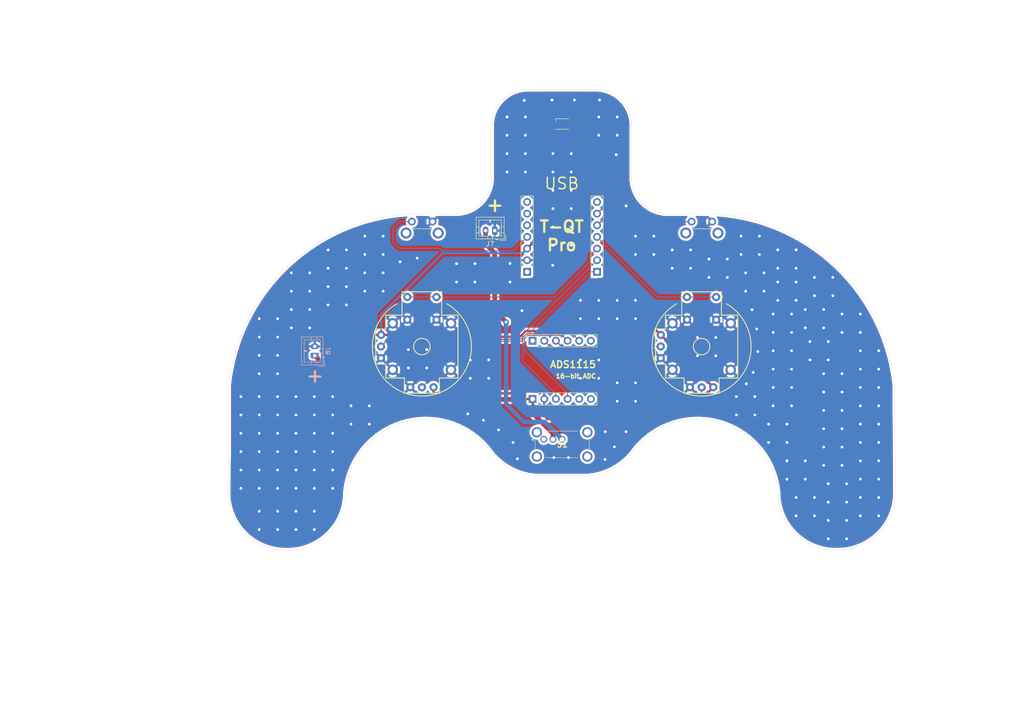
<source format=kicad_pcb>
(kicad_pcb (version 20240108) (generator "pcbnew") (generator_version "8.0")
  (layers (0 "F.Cu" signal) (31 "B.Cu" signal) (34 "B.Paste" user) (35 "F.Paste" user) (36 "B.SilkS" user "B.Silkscreen") (37 "F.SilkS" user "F.Silkscreen") (38 "B.Mask" user) (39 "F.Mask" user) (44 "Edge.Cuts" user))
  (net 0 "")
  (net 1 "GND")
  (net 2 "+3V3")
  (net 4 "/36")
  (net 5 "/39")
  (net 6 "/34")
  (net 7 "/35")
  (net 8 "/37")
  (net 9 "/33")
  (net 10 "/38")
  (net 11 "/48")
  (net 12 "/18")
  (net 13 "/16")
  (net 14 "+5V")
  (net 15 "/17")
  (net 16 "/A3")
  (net 17 "/A0")
  (net 20 "/A1")
  (net 21 "/A2")
  (net 24 "/VBAT")
  (net 25 "/VBAT_IN")
  (footprint "Button_Switch_THT:SW_SPST_Omron_B3F-315x_Angled" (layer "F.Cu") (at 150.209999 104.825)
    (property "Reference" "SW1" (hide yes))
    (property "Value" "Weapon button")
    (pad "" thru_hole circle (at -1.25 2.5 180) (size 2.4 2.4) (drill 1.5) (layers "*.Cu" "*.Mask"))
    (pad "" thru_hole circle (at 5.75 2.5 180) (size 2.4 2.4) (drill 1.5) (layers "*.Cu" "*.Mask"))
    (pad "1" thru_hole circle (at 0 0 180) (size 1.7 1.7) (drill 1) (layers "*.Cu" "*.Mask") (net 8 "/37"))
    (pad "2" thru_hole circle (at 4.5 0 180) (size 1.7 1.7) (drill 1) (layers "*.Cu" "*.Mask") (net 1 "GND"))
  )
  (footprint "Connector_PinSocket_2.54mm:PinSocket_1x06_P2.54mm_Vertical" (layer "F.Cu") (at 115.57 143.51 90)
    (property "Reference" "J4" (hide yes))
    (property "Value" "Bottom Row")
    (pad "1" thru_hole rect (at 0 0 90) (size 1.7 1.7) (drill 1) (layers "*.Cu" "*.Mask") (net 2 "+3V3"))
    (pad "2" thru_hole oval (at 0 2.54 90) (size 1.7 1.7) (drill 1) (layers "*.Cu" "*.Mask") (net 1 "GND"))
    (pad "3" thru_hole oval (at 0 5.08 90) (size 1.7 1.7) (drill 1) (layers "*.Cu" "*.Mask") (net 9 "/33"))
    (pad "4" thru_hole oval (at 0 7.62 90) (size 1.7 1.7) (drill 1) (layers "*.Cu" "*.Mask") (net 6 "/34"))
    (pad "5" thru_hole oval (at 0 10.16 90) (size 1.7 1.7) (drill 1) (layers "*.Cu" "*.Mask"))
    (pad "6" thru_hole oval (at 0 12.7 90) (size 1.7 1.7) (drill 1) (layers "*.Cu" "*.Mask"))
  )
  (footprint "PS4_joystick:PS4_joystick" (layer "F.Cu") (at 91.44 132.08)
    (property "Reference" "J5" (hide yes))
    (property "Value" "PS4 joystick 1" (hide yes))
    (pad "B1A" thru_hole circle (at -3.175 -10.8148) (size 1.778 1.778) (drill 0.9) (layers "*.Cu" "*.Mask") (net 5 "/39"))
    (pad "B1B" thru_hole circle (at 3.175 -10.795) (size 1.778 1.778) (drill 0.9) (layers "*.Cu" "*.Mask") (net 5 "/39"))
    (pad "B2A" thru_hole circle (at -3.175 -5.8748) (size 1.778 1.778) (drill 0.9) (layers "*.Cu" "*.Mask") (net 1 "GND"))
    (pad "B2B" thru_hole circle (at 3.185 -5.8548) (size 1.778 1.778) (drill 0.9) (layers "*.Cu" "*.Mask") (net 1 "GND"))
    (pad "H1" thru_hole circle (at -2.525 8.8752) (size 1.778 1.778) (drill 0.889) (layers "*.Cu" "*.Mask") (net 1 "GND"))
    (pad "H2" thru_hole circle (at 0.015 8.8952) (size 1.778 1.778) (drill 0.889) (layers "*.Cu" "*.Mask") (net 20 "/A1"))
    (pad "H3" thru_hole circle (at 2.555 8.8752) (size 1.778 1.778) (drill 0.889) (layers "*.Cu" "*.Mask") (net 2 "+3V3"))
    (pad "S1" thru_hole circle (at -6.35 -5.0648) (size 2.286 2.286) (drill 1.397) (layers "*.Cu" "*.Mask") (net 1 "GND"))
    (pad "S2" thru_hole circle (at -6.35 5.0652) (size 2.286 2.286) (drill 1.397) (layers "*.Cu" "*.Mask") (net 1 "GND"))
    (pad "S3" thru_hole circle (at 6.35 5.08) (size 2.286 2.286) (drill 1.397) (layers "*.Cu" "*.Mask") (net 1 "GND"))
    (pad "S4" thru_hole circle (at 6.35 -5.08) (size 2.286 2.286) (drill 1.397) (layers "*.Cu" "*.Mask") (net 1 "GND"))
    (pad "V1" thru_hole circle (at -8.89 -2.54) (size 1.778 1.778) (drill 0.889) (layers "*.Cu" "*.Mask") (net 2 "+3V3"))
    (pad "V2" thru_hole circle (at -8.905 -0.0148) (size 1.778 1.778) (drill 0.889) (layers "*.Cu" "*.Mask") (net 17 "/A0"))
    (pad "V3" thru_hole circle (at -8.905 2.5252) (size 1.778 1.778) (drill 0.889) (layers "*.Cu" "*.Mask") (net 1 "GND"))
  )
  (footprint "Connector_PinSocket_2.54mm:PinSocket_1x06_P2.54mm_Vertical" (layer "F.Cu") (at 115.57 130.81 90)
    (property "Reference" "J3" (hide yes))
    (property "Value" "Top Row")
    (pad "1" thru_hole rect (at 0 0 90) (size 1.7 1.7) (drill 1) (layers "*.Cu" "*.Mask"))
    (pad "2" thru_hole oval (at 0 2.54 90) (size 1.7 1.7) (drill 1) (layers "*.Cu" "*.Mask") (net 16 "/A3"))
    (pad "3" thru_hole oval (at 0 5.08 90) (size 1.7 1.7) (drill 1) (layers "*.Cu" "*.Mask") (net 21 "/A2"))
    (pad "4" thru_hole oval (at 0 7.62 90) (size 1.7 1.7) (drill 1) (layers "*.Cu" "*.Mask") (net 20 "/A1"))
    (pad "5" thru_hole oval (at 0 10.16 90) (size 1.7 1.7) (drill 1) (layers "*.Cu" "*.Mask") (net 17 "/A0"))
    (pad "6" thru_hole oval (at 0 12.7 90) (size 1.7 1.7) (drill 1) (layers "*.Cu" "*.Mask"))
  )
  (footprint "LED_SMD:LED_WS2812B-2020_PLCC4_2.0x2.0mm" (layer "F.Cu") (at 122.015 83.54)
    (property "Reference" "D1" (hide yes))
    (property "Value" "WS2812B-2020")
    (pad "1" smd rect (at -0.915 -0.55) (size 0.7 0.7) (layers "F.Cu" "F.Paste" "F.Mask"))
    (pad "2" smd rect (at -0.915 0.55) (size 0.7 0.7) (layers "F.Cu" "F.Paste" "F.Mask") (net 1 "GND"))
    (pad "3" smd rect (at 0.915 0.55) (size 0.7 0.7) (layers "F.Cu" "F.Paste" "F.Mask") (net 4 "/36"))
    (pad "4" smd rect (at 0.915 -0.55) (size 0.7 0.7) (layers "F.Cu" "F.Paste" "F.Mask") (net 2 "+3V3"))
  )
  (footprint "Connector_JST:JST_PH_B2B-PH-K_1x02_P2.00mm_Vertical" (layer "F.Cu") (at 107.32 106.785 180)
    (property "Reference" "J7" (at 1 -2.9 180) (layer "F.SilkS"))
    (property "Value" "Board --> Battery")
    (pad "1" thru_hole roundrect (at 0 0 180) (size 1.2 1.75) (drill 0.75) (layers "*.Cu" "*.Mask") (roundrect_rratio 0.2083333333) (net 1 "GND"))
    (pad "2" thru_hole oval (at 2 0 180) (size 1.2 1.75) (drill 0.75) (layers "*.Cu" "*.Mask") (net 25 "/VBAT_IN"))
  )
  (footprint "Connector_PinSocket_2.54mm:PinSocket_1x07_P2.54mm_Vertical" (layer "F.Cu") (at 114.38 115.79 180)
    (property "Reference" "J2" (hide yes))
    (property "Value" "Right Column")
    (pad "1" thru_hole rect (at 0 0 180) (size 1.7 1.7) (drill 1) (layers "*.Cu" "*.Mask") (net 14 "+5V"))
    (pad "2" thru_hole oval (at 0 2.54 180) (size 1.7 1.7) (drill 1) (layers "*.Cu" "*.Mask") (net 1 "GND"))
    (pad "3" thru_hole oval (at 0 5.08 180) (size 1.7 1.7) (drill 1) (layers "*.Cu" "*.Mask") (net 2 "+3V3"))
    (pad "4" thru_hole oval (at 0 7.62 180) (size 1.7 1.7) (drill 1) (layers "*.Cu" "*.Mask") (net 13 "/16"))
    (pad "5" thru_hole oval (at 0 10.16 180) (size 1.7 1.7) (drill 1) (layers "*.Cu" "*.Mask") (net 15 "/17"))
    (pad "6" thru_hole oval (at 0 12.7 180) (size 1.7 1.7) (drill 1) (layers "*.Cu" "*.Mask") (net 12 "/18"))
    (pad "7" thru_hole oval (at 0 15.24 180) (size 1.7 1.7) (drill 1) (layers "*.Cu" "*.Mask") (net 11 "/48"))
  )
  (footprint "PS4_joystick:PS4_joystick" (layer "F.Cu") (at 152.4 132.08)
    (property "Reference" "J6" (hide yes))
    (property "Value" "PS4 joystick 2" (hide yes))
    (pad "B1A" thru_hole circle (at -3.175 -10.8148) (size 1.778 1.778) (drill 0.9) (layers "*.Cu" "*.Mask") (net 10 "/38"))
    (pad "B1B" thru_hole circle (at 3.175 -10.795) (size 1.778 1.778) (drill 0.9) (layers "*.Cu" "*.Mask") (net 10 "/38"))
    (pad "B2A" thru_hole circle (at -3.175 -5.8748) (size 1.778 1.778) (drill 0.9) (layers "*.Cu" "*.Mask") (net 1 "GND"))
    (pad "B2B" thru_hole circle (at 3.185 -5.8548) (size 1.778 1.778) (drill 0.9) (layers "*.Cu" "*.Mask") (net 1 "GND"))
    (pad "H1" thru_hole circle (at -2.525 8.8752) (size 1.778 1.778) (drill 0.889) (layers "*.Cu" "*.Mask") (net 1 "GND"))
    (pad "H2" thru_hole circle (at 0.015 8.8952) (size 1.778 1.778) (drill 0.889) (layers "*.Cu" "*.Mask") (net 16 "/A3"))
    (pad "H3" thru_hole circle (at 2.555 8.8752) (size 1.778 1.778) (drill 0.889) (layers "*.Cu" "*.Mask") (net 2 "+3V3"))
    (pad "S1" thru_hole circle (at -6.35 -5.0648) (size 2.286 2.286) (drill 1.397) (layers "*.Cu" "*.Mask") (net 1 "GND"))
    (pad "S2" thru_hole circle (at -6.35 5.0652) (size 2.286 2.286) (drill 1.397) (layers "*.Cu" "*.Mask") (net 1 "GND"))
    (pad "S3" thru_hole circle (at 6.35 5.08) (size 2.286 2.286) (drill 1.397) (layers "*.Cu" "*.Mask") (net 1 "GND"))
    (pad "S4" thru_hole circle (at 6.35 -5.08) (size 2.286 2.286) (drill 1.397) (layers "*.Cu" "*.Mask") (net 1 "GND"))
    (pad "V1" thru_hole circle (at -8.89 -2.54) (size 1.778 1.778) (drill 0.889) (layers "*.Cu" "*.Mask") (net 2 "+3V3"))
    (pad "V2" thru_hole circle (at -8.905 -0.0148) (size 1.778 1.778) (drill 0.889) (layers "*.Cu" "*.Mask") (net 21 "/A2"))
    (pad "V3" thru_hole circle (at -8.905 2.5252) (size 1.778 1.778) (drill 0.889) (layers "*.Cu" "*.Mask") (net 1 "GND"))
  )
  (footprint "Connector_PinSocket_2.54mm:PinSocket_1x07_P2.54mm_Vertical" (layer "F.Cu") (at 129.62 115.79 180)
    (property "Reference" "J1" (hide yes))
    (property "Value" "Left Column")
    (pad "1" thru_hole rect (at 0 0 180) (size 1.7 1.7) (drill 1) (layers "*.Cu" "*.Mask") (net 6 "/34"))
    (pad "2" thru_hole oval (at 0 2.54 180) (size 1.7 1.7) (drill 1) (layers "*.Cu" "*.Mask") (net 9 "/33"))
    (pad "3" thru_hole oval (at 0 5.08 180) (size 1.7 1.7) (drill 1) (layers "*.Cu" "*.Mask") (net 5 "/39"))
    (pad "4" thru_hole oval (at 0 7.62 180) (size 1.7 1.7) (drill 1) (layers "*.Cu" "*.Mask") (net 10 "/38"))
    (pad "5" thru_hole oval (at 0 10.16 180) (size 1.7 1.7) (drill 1) (layers "*.Cu" "*.Mask") (net 8 "/37"))
    (pad "6" thru_hole oval (at 0 12.7 180) (size 1.7 1.7) (drill 1) (layers "*.Cu" "*.Mask") (net 4 "/36"))
    (pad "7" thru_hole oval (at 0 15.24 180) (size 1.7 1.7) (drill 1) (layers "*.Cu" "*.Mask") (net 7 "/35"))
  )
  (footprint "Button_Switch_THT:SW_SPST_Omron_B3F-315x_Angled" (layer "F.Cu") (at 89.249999 104.825)
    (property "Reference" "SW2" (hide yes))
    (property "Value" "Weapon button")
    (pad "" thru_hole circle (at -1.25 2.5 180) (size 2.4 2.4) (drill 1.5) (layers "*.Cu" "*.Mask"))
    (pad "" thru_hole circle (at 5.75 2.5 180) (size 2.4 2.4) (drill 1.5) (layers "*.Cu" "*.Mask"))
    (pad "1" thru_hole circle (at 0 0 180) (size 1.7 1.7) (drill 1) (layers "*.Cu" "*.Mask") (net 13 "/16"))
    (pad "2" thru_hole circle (at 4.5 0 180) (size 1.7 1.7) (drill 1) (layers "*.Cu" "*.Mask") (net 1 "GND"))
  )
  (footprint "MFS101D-8-Z:MFS101D8Z" (layer "F.Cu") (at 118.005 152.315)
    (property "Reference" "S1" (at 4 1.1 0) (layer "F.SilkS") (effects (font (size 1.27 1.27) (thickness 0.254))))
    (property "Value" "MFS101D-8-Z" (hide yes))
    (pad "1" thru_hole circle (at 0 0) (size 1.5 1.5) (drill 1) (layers "*.Cu" "*.Mask"))
    (pad "2" thru_hole circle (at 2 0) (size 1.5 1.5) (drill 1) (layers "*.Cu" "*.Mask") (net 24 "/VBAT"))
    (pad "3" thru_hole circle (at 4 0) (size 1.5 1.5) (drill 1) (layers "*.Cu" "*.Mask") (net 25 "/VBAT_IN"))
    (pad "MH1" thru_hole circle (at -1.5 -1.55) (size 2.25 2.25) (drill 1.5) (layers "*.Cu" "*.Mask"))
    (pad "MH2" thru_hole circle (at 9.5 -1.55) (size 2.25 2.25) (drill 1.5) (layers "*.Cu" "*.Mask"))
    (pad "MH3" thru_hole circle (at -1.5 3.75) (size 2.25 2.25) (drill 1.5) (layers "*.Cu" "*.Mask"))
    (pad "MH4" thru_hole circle (at 9.5 3.75) (size 2.25 2.25) (drill 1.5) (layers "*.Cu" "*.Mask"))
  )
  (footprint "Connector_JST:JST_PH_B2B-PH-K_1x02_P2.00mm_Vertical" (layer "B.Cu") (at 68.095 134.05 90)
    (property "Reference" "J8" (at 1 2.9 -90) (layer "B.SilkS") (effects (justify mirror)))
    (property "Value" "Battery")
    (pad "1" thru_hole roundrect (at 0 0 90) (size 1.2 1.75) (drill 0.75) (layers "*.Cu" "*.Mask") (roundrect_rratio 0.2083333333) (net 24 "/VBAT"))
    (pad "2" thru_hole oval (at 2 0 90) (size 1.2 1.75) (drill 0.75) (layers "*.Cu" "*.Mask") (net 1 "GND"))
  )
  (gr_line (start 137.16 95.25) (end 137.16 83.875793) (stroke (width 0.05)) (layer "Edge.Cuts"))
  (gr_arc (start 145.031586 103.13) (mid 139.46356 100.820491) (end 137.16 95.25) (stroke (width 0.05)) (layer "Edge.Cuts"))
  (gr_arc (start 129.288414 75.995793) (mid 134.856441 78.305302) (end 137.16 83.875793) (stroke (width 0.05)) (layer "Edge.Cuts"))
  (gr_line (start 129.288414 75.995793) (end 114.56 76.004207) (stroke (width 0.05)) (layer "Edge.Cuts"))
  (gr_arc (start 74.739883 163.929673) (mid 87.227123 148.617878) (end 106.081314 154.525643) (stroke (width 0.05)) (layer "Edge.Cuts"))
  (gr_arc (start 117.088493 160.315172) (mid 110.891551 158.738625) (end 106.081314 154.525643) (stroke (width 0.05)) (layer "Edge.Cuts"))
  (gr_arc (start 137.758686 154.525643) (mid 132.948449 158.738624) (end 126.751507 160.315172) (stroke (width 0.05)) (layer "Edge.Cuts"))
  (gr_arc (start 152.4 103.13) (mid 180.675662 113.673752) (end 194.473597 140.512172) (stroke (width 0.05)) (layer "Edge.Cuts"))
  (gr_line (start 152.4 103.13) (end 145.031586 103.13) (stroke (width 0.05)) (layer "Edge.Cuts"))
  (gr_arc (start 194.614812 163.469384) (mid 191.109883 172.62403) (end 182.087609 176.456876) (stroke (width 0.05)) (layer "Edge.Cuts"))
  (gr_arc (start 49.366403 140.512172) (mid 63.164338 113.673752) (end 91.44 103.13) (stroke (width 0.05)) (layer "Edge.Cuts"))
  (gr_line (start 98.808414 103.13) (end 91.44 103.13) (stroke (width 0.05)) (layer "Edge.Cuts"))
  (gr_arc (start 74.739883 163.929673) (mid 70.907038 172.951945) (end 61.752391 176.456876) (stroke (width 0.05)) (layer "Edge.Cuts"))
  (gr_line (start 49.366403 140.512172) (end 49.366403 154.222172) (stroke (width 0.05)) (layer "Edge.Cuts"))
  (gr_line (start 49.366403 154.222172) (end 49.225188 163.469384) (stroke (width 0.05)) (layer "Edge.Cuts"))
  (gr_arc (start 182.087609 176.456876) (mid 172.932962 172.951946) (end 169.100117 163.929673) (stroke (width 0.05)) (layer "Edge.Cuts"))
  (gr_line (start 126.751507 160.315172) (end 117.088493 160.315172) (stroke (width 0.05)) (layer "Edge.Cuts"))
  (gr_arc (start 106.68 95.25) (mid 104.37644 100.82049) (end 98.808414 103.13) (stroke (width 0.05)) (layer "Edge.Cuts"))
  (gr_arc (start 106.68 83.875793) (mid 108.989509 78.307766) (end 114.56 76.004207) (stroke (width 0.05)) (layer "Edge.Cuts"))
  (gr_arc (start 61.752391 176.456876) (mid 52.730118 172.624031) (end 49.225188 163.469384) (stroke (width 0.05)) (layer "Edge.Cuts"))
  (gr_line (start 194.614812 163.469384) (end 194.473597 140.512172) (stroke (width 0.05)) (layer "Edge.Cuts"))
  (gr_line (start 106.68 83.875793) (end 106.68 95.25) (stroke (width 0.05)) (layer "Edge.Cuts"))
  (gr_arc (start 137.758686 154.525643) (mid 156.612878 148.617878) (end 169.100117 163.929673) (stroke (width 0.05)) (layer "Edge.Cuts"))
  (gr_text "+" (at 65.96 140.15 0) (layer "B.SilkS") (effects (font (size 3 3) (thickness 0.5) (bold yes)) (justify left bottom)))
  (gr_text "T-QT\nPro" (at 121.92 107.95 0) (layer "F.SilkS") (effects (font (size 2.5 2.5) (thickness 0.5) (bold yes))))
  (gr_text "USB" (at 121.92 96.52 0) (layer "F.SilkS") (effects (font (size 2.5 2.5) (thickness 0.3))))
  (gr_text "16-bit ADC" (at 129.54 138.54 0) (layer "F.SilkS") (effects (font (size 1 1) (thickness 0.25) (bold yes)) (justify right)))
  (gr_text "ADS1115" (at 129.54 136 0) (layer "F.SilkS") (effects (font (size 1.5 1.5) (thickness 0.3) (bold yes)) (justify right)))
  (gr_text "+" (at 105.185 102.895 0) (layer "F.SilkS") (effects (font (size 3 3) (thickness 0.5) (bold yes)) (justify left bottom)))
  (via (at 130 126) (size 1.2) (drill 0.6) (layers "F.Cu" "B.Cu") (net 1))
  (via (at 142 108) (size 1.2) (drill 0.6) (layers "F.Cu" "B.Cu") (net 1))
  (via (at 183 158) (size 1.2) (drill 0.6) (layers "F.Cu" "B.Cu") (net 1))
  (via (at 124 98) (size 1.2) (drill 0.6) (layers "F.Cu" "B.Cu") (net 1))
  (via (at 168 125) (size 1.2) (drill 0.6) (layers "F.Cu" "B.Cu") (net 1))
  (via (at 169 115) (size 1.2) (drill 0.6) (layers "F.Cu" "B.Cu") (net 1))
  (via (at 99 114) (size 1.2) (drill 0.6) (layers "F.Cu" "B.Cu") (net 1))
  (via (at 161 112) (size 1.2) (drill 0.6) (layers "F.Cu" "B.Cu") (net 1))
  (via (at 173 122) (size 1.2) (drill 0.6) (layers "F.Cu" "B.Cu") (net 1))
  (via (at 187 169) (size 1.2) (drill 0.6) (layers "F.Cu" "B.Cu") (net 1))
  (via (at 72 159) (size 1.2) (drill 0.6) (layers "F.Cu" "B.Cu") (net 1))
  (via (at 134 140) (size 1.2) (drill 0.6) (layers "F.Cu" "B.Cu") (net 1))
  (via (at 83 120) (size 1.2) (drill 0.6) (layers "F.Cu" "B.Cu") (net 1))
  (via (at 120 98) (size 1.2) (drill 0.6) (layers "F.Cu" "B.Cu") (net 1))
  (via (at 133.8 90.25) (size 1.2) (drill 0.6) (layers "F.Cu" "B.Cu") (net 1))
  (via (at 68 155) (size 1.2) (drill 0.6) (layers "F.Cu" "B.Cu") (net 1))
  (via (at 103 118) (size 1.2) (drill 0.6) (layers "F.Cu" "B.Cu") (net 1))
  (via (at 102 135) (size 1.2) (drill 0.6) (layers "F.Cu" "B.Cu") (net 1))
  (via (at 64 151) (size 1.2) (drill 0.6) (layers "F.Cu" "B.Cu") (net 1))
  (via (at 162.15 140.2) (size 1.2) (drill 0.6) (layers "F.Cu" "B.Cu") (net 1))
  (via (at 60 130) (size 1.2) (drill 0.6) (layers "F.Cu" "B.Cu") (net 1))
  (via (at 104.85 148.15) (size 1.2) (drill 0.6) (layers "F.Cu" "B.Cu") (net 1))
  (via (at 168 137) (size 1.2) (drill 0.6) (layers "F.Cu" "B.Cu") (net 1))
  (via (at 67 120) (size 1.2) (drill 0.6) (layers "F.Cu" "B.Cu") (net 1))
  (via (at 124 90) (size 1.2) (drill 0.6) (layers "F.Cu" "B.Cu") (net 1))
  (via (at 68 168) (size 1.2) (drill 0.6) (layers "F.Cu" "B.Cu") (net 1))
  (via (at 68 172) (size 1.2) (drill 0.6) (layers "F.Cu" "B.Cu") (net 1))
  (via (at 146 115) (size 1.2) (drill 0.6) (layers "F.Cu" "B.Cu") (net 1))
  (via (at 173 111) (size 1.2) (drill 0.6) (layers "F.Cu" "B.Cu") (net 1))
  (via (at 60 168) (size 1.2) (drill 0.6) (layers "F.Cu" "B.Cu") (net 1))
  (via (at 79 112) (size 1.2) (drill 0.6) (layers "F.Cu" "B.Cu") (net 1))
  (via (at 112.25 156.55) (size 1.2) (drill 0.6) (layers "F.Cu" "B.Cu") (net 1))
  (via (at 72 151) (size 1.2) (drill 0.6) (layers "F.Cu" "B.Cu") (net 1))
  (via (at 168 141) (size 1.2) (drill 0.6) (layers "F.Cu" "B.Cu") (net 1))
  (via (at 120 110) (size 1.2) (drill 0.6) (layers "F.Cu" "B.Cu") (net 1))
  (via (at 120 106) (size 1.2) (drill 0.6) (layers "F.Cu" "B.Cu") (net 1))
  (via (at 72 163) (size 1.2) (drill 0.6) (layers "F.Cu" "B.Cu") (net 1))
  (via (at 187 165) (size 1.2) (drill 0.6) (layers "F.Cu" "B.Cu") (net 1))
  (via (at 71 123) (size 1.2) (drill 0.6) (layers "F.Cu" "B.Cu") (net 1))
  (via (at 67 128) (size 1.2) (drill 0.6) (layers "F.Cu" "B.Cu") (net 1))
  (via (at 60 134) (size 1.2) (drill 0.6) (layers "F.Cu" "B.Cu") (net 1))
  (via (at 124.7 78.3) (size 1.2) (drill 0.6) (layers "F.Cu" "B.Cu") (net 1))
  (via (at 187 125) (size 1.2) (drill 0.6) (layers "F.Cu" "B.Cu") (net 1))
  (via (at 101.45 146.75) (size 1.2) (drill 0.6) (layers "F.Cu" "B.Cu") (net 1))
  (via (at 119.95 114.35) (size 1.2) (drill 0.6) (layers "F.Cu" "B.Cu") (net 1))
  (via (at 168 129) (size 1.2) (drill 0.6) (layers "F.Cu" "B.Cu") (net 1))
  (via (at 180 174) (size 1.2) (drill 0.6) (layers "F.Cu" "B.Cu") (net 1))
  (via (at 86.7 113.6) (size 1.2) (drill 0.6) (layers "F.Cu" "B.Cu") (net 1))
  (via (at 60 143) (size 1.2) (drill 0.6) (layers "F.Cu" "B.Cu") (net 1))
  (via (at 150 115) (size 1.2) (drill 0.6) (layers "F.Cu" "B.Cu") (net 1))
  (via (at 110 90) (size 1.2) (drill 0.6) (layers "F.Cu" "B.Cu") (net 1))
  (via (at 138 126) (size 1.2) (drill 0.6) (layers "F.Cu" "B.Cu") (net 1))
  (via (at 138 144) (size 1.2) (drill 0.6) (layers "F.Cu" "B.Cu") (net 1))
  (via (at 191 133) (size 1.2) (drill 0.6) (layers "F.Cu" "B.Cu") (net 1))
  (via (at 110.65 118) (size 1.2) (drill 0.6) (layers "F.Cu" "B.Cu") (net 1))
  (via (at 191 145) (size 1.2) (drill 0.6) (layers "F.Cu" "B.Cu") (net 1))
  (via (at 71 111) (size 1.2) (drill 0.6) (layers "F.Cu" "B.Cu") (net 1))
  (via (at 158 113) (size 1.2) (drill 0.6) (layers "F.Cu" "B.Cu") (net 1))
  (via (at 71 119) (size 1.2) (drill 0.6) (layers "F.Cu" "B.Cu") (net 1))
  (via (at 108.15 150.25) (size 1.2) (drill 0.6) (layers "F.Cu" "B.Cu") (net 1))
  (via (at 63 128) (size 1.2) (drill 0.6) (layers "F.Cu" "B.Cu") (net 1))
  (via (at 162 116) (size 1.2) (drill 0.6) (layers "F.Cu" "B.Cu") (net 1))
  (via (at 114 82) (size 1.2) (drill 0.6) (layers "F.Cu" "B.Cu") (net 1))
  (via (at 126 135) (size 1.2) (drill 0.6) (layers "F.Cu" "B.Cu") (net 1))
  (via (at 83 112) (size 1.2) (drill 0.6) (layers "F.Cu" "B.Cu") (net 1))
  (via (at 191 141) (size 1.2) (drill 0.6) (layers "F.Cu" "B.Cu") (net 1))
  (via (at 167 149) (size 1.2) (drill 0.6) (layers "F.Cu" "B.Cu") (net 1))
  (via (at 187 161) (size 1.2) (drill 0.6) (layers "F.Cu" "B.Cu") (net 1))
  (via (at 166 116) (size 1.2) (drill 0.6) (layers "F.Cu" "B.Cu") (net 1))
  (via (at 176 135) (size 1.2) (drill 0.6) (layers "F.Cu" "B.Cu") (net 1))
  (via (at 187 157) (size 1.2) (drill 0.6) (layers "F.Cu" "B.Cu") (net 1))
  (via (at 155.5 130.1) (size 1.2) (drill 0.6) (layers "F.Cu" "B.Cu") (net 1))
  (via (at 176 131) (size 1.2) (drill 0.6) (layers "F.Cu" "B.Cu") (net 1))
  (via (at 75 119) (size 1.2) (drill 0.6) (layers "F.Cu" "B.Cu") (net 1))
  (via (at 172 141) (size 1.2) (drill 0.6) (layers "F.Cu" "B.Cu") (net 1))
  (via (at 135.95 150.65) (size 1.2) (drill 0.6) (layers "F.Cu" "B.Cu") (net 1))
  (via (at 130 122) (size 1.2) (drill 0.6) (layers "F.Cu" "B.Cu") (net 1))
  (via (at 52 159) (size 1.2) (drill 0.6) (layers "F.Cu" "B.Cu") (net 1))
  (via (at 135.95 101.4) (size 1.2) (drill 0.6) (layers "F.Cu" "B.Cu") (net 1))
  (via (at 180 135) (size 1.2) (drill 0.6) (layers "F.Cu" "B.Cu") (net 1))
  (via (at 184 162) (size 1.2) (drill 0.6) (layers "F.Cu" "B.Cu") (net 1))
  (via (at 183 138) (size 1.2) (drill 0.6) (layers "F.Cu" "B.Cu") (net 1))
  (via (at 150 111) (size 1.2) (drill 0.6) (layers "F.Cu" "B.Cu") (net 1))
  (via (at 171 161) (size 1.2) (drill 0.6) (layers "F.Cu" "B.Cu") (net 1))
  (via (at 191 165) (size 1.2) (drill 0.6) (layers "F.Cu" "B.Cu") (net 1))
  (via (at 171 153) (size 1.2) (drill 0.6) (layers "F.Cu" "B.Cu") (net 1))
  (via (at 177 117) (size 1.2) (drill 0.6) (layers "F.Cu" "B.Cu") (net 1))
  (via (at 164.4 128.25) (size 1.2) (drill 0.6) (layers "F.Cu" "B.Cu") (net 1))
  (via (at 184 174) (size 1.2) (drill 0.6) (layers "F.Cu" "B.Cu") (net 1))
  (via (at 169 118) (size 1.2) (drill 0.6) (layers "F.Cu" "B.Cu") (net 1))
  (via (at 187 153) (size 1.2) (drill 0.6) (layers "F.Cu" "B.Cu") (net 1))
  (via (at 179 138) (size 1.2) (drill 0.6) (layers "F.Cu" "B.Cu") (net 1))
  (via (at 180 162) (size 1.2) (drill 0.6) (layers "F.Cu" "B.Cu") (net 1))
  (via (at 191 137) (size 1.2) (drill 0.6) (layers "F.Cu" "B.Cu") (net 1))
  (via (at 151.5 130.1) (size 1.2) (drill 0.6) (layers "F.Cu" "B.Cu") (net 1))
  (via (at 191 157) (size 1.2) (drill 0.6) (layers "F.Cu" "B.Cu") (net 1))
  (via (at 76 149) (size 1.2) (drill 0.6) (layers "F.Cu" "B.Cu") (net 1))
  (via (at 56 159) (size 1.2) (drill 0.6) (layers "F.Cu" "B.Cu") (net 1))
  (via (at 166 120) (size 1.2) (drill 0.6) (layers "F.Cu" "B.Cu") (net 1))
  (via (at 172 137) (size 1.2) (drill 0.6) (layers "F.Cu" "B.Cu") (net 1))
  (via (at 184 170) (size 1.2) (drill 0.6) (layers "F.Cu" "B.Cu") (net 1))
  (via (at 184 166) (size 1.2) (drill 0.6) (layers "F.Cu" "B.Cu") (net 1))
  (via (at 175 124) (size 1.2) (drill 0.6) (layers "F.Cu" "B.Cu") (net 1))
  (via (at 52 163) (size 1.2) (drill 0.6) (layers "F.Cu" "B.Cu") (net 1))
  (via (at 60 163) (size 1.2) (drill 0.6) (layers "F.Cu" "B.Cu") (net 1))
  (via (at 175 161) (size 1.2) (drill 0.6) (layers "F.Cu" "B.Cu") (net 1))
  (via (at 172 125) (size 1.2) (drill 0.6) (layers "F.Cu" "B.Cu") (net 1))
  (via (at 138 140) (size 1.2) (drill 0.6) (layers "F.Cu" "B.Cu") (net 1))
  (via (at 56 147) (size 1.2) (drill 0.6) (layers "F.Cu" "B.Cu") (net 1))
  (via (at 103 114) (size 1.2) (drill 0.6) (layers "F.Cu" "B.Cu") (net 1))
  (via (at 191 153) (size 1.2) (drill 0.6) (layers "F.Cu" "B.Cu") (net 1))
  (via (at 177 121) (size 1.2) (drill 0.6) (layers "F.Cu" "B.Cu") (net 1))
  (via (at 181 121) (size 1.2) (drill 0.6) (layers "F.Cu" "B.Cu") (net 1))
  (via (at 76 145) (size 1.2) (drill 0.6) (layers "F.Cu" "B.Cu") (net 1))
  (via (at 154 117) (size 1.2) (drill 0.6) (layers "F.Cu" "B.Cu") (net 1))
  (via (at 134 126) (size 1.2) (drill 0.6) (layers "F.Cu" "B.Cu") (net 1))
  (via (at 179 124) (size 1.2) (drill 0.6) (layers "F.Cu" "B.Cu") (net 1))
  (via (at 72 143) (size 1.2) (drill 0.6) (layers "F.Cu" "B.Cu") (net 1))
  (via (at 56 155) (size 1.2) (drill 0.6) (layers "F.Cu" "B.Cu") (net 1))
  (via (at 60 155) (size 1.2) (drill 0.6) (layers "F.Cu" "B.Cu") (net 1))
  (via (at 113.75 78.4) (size 1.2) (drill 0.6) (layers "F.Cu" "B.Cu") (net 1))
  (via (at 130 82) (size 1.2) (drill 0.6) (layers "F.Cu" "B.Cu") (net 1))
  (via (at 68 159) (size 1.2) (drill 0.6) (layers "F.Cu" "B.Cu") (net 1))
  (via (at 169 111) (size 1.2) (drill 0.6) (layers "F.Cu" "B.Cu") (net 1))
  (via (at 160 147) (size 1.2) (drill 0.6) (layers "F.Cu" "B.Cu") (net 1))
  (via (at 106 135) (size 1.2) (drill 0.6) (layers "F.Cu" "B.Cu") (net 1))
  (via (at 133.4 153.95) (size 1.2) (drill 0.6) (layers "F.Cu" "B.Cu") (net 1))
  (via (at 56 134) (size 1.2) (drill 0.6) (layers "F.Cu" "B.Cu") (net 1))
  (via (at 180 131) (size 1.2) (drill 0.6) (layers "F.Cu" "B.Cu") (net 1))
  (via (at 83 108) (size 1.2) (drill 0.6) (layers "F.Cu" "B.Cu") (net 1))
  (via (at 134 122) (size 1.2) (drill 0.6) (layers "F.Cu" "B.Cu") (net 1))
  (via (at 171 157) (size 1.2) (drill 0.6) (layers "F.Cu" "B.Cu") (net 1))
  (via (at 187 149) (size 1.2) (drill 0.6) (layers "F.Cu" "B.Cu") (net 1))
  (via (at 163.4 124.05) (size 1.2) (drill 0.6) (layers "F.Cu" "B.Cu") (net 1))
  (via (at 63 120) (size 1.2) (drill 0.6) (layers "F.Cu" "B.Cu") (net 1))
  (via (at 164 143) (size 1.2) (drill 0.6) (layers "F.Cu" "B.Cu") (net 1))
  (via (at 131.35 156.7) (size 1.2) (drill 0.6) (layers "F.Cu" "B.Cu") (net 1))
  (via (at 64 163) (size 1.2) (drill 0.6) (layers "F.Cu" "B.Cu") (net 1))
  (via (at 75 111) (size 1.2) (drill 0.6) (layers "F.Cu" "B.Cu") (net 1))
  (via (at 64 159) (size 1.2) (drill 0.6) (layers "F.Cu" "B.Cu") (net 1))
  (via (at 179 142) (size 1.2) (drill 0.6) (layers "F.Cu" "B.Cu") (net 1))
  (via (at 56 126) (size 1.2) (drill 0.6) (layers "F.Cu" "B.Cu") (net 1))
  (via (at 179 146) (size 1.2) (drill 0.6) (layers "F.Cu" "B.Cu") (net 1))
  (via (at 90.4 112.8) (size 1.2) (drill 0.6) (layers "F.Cu" "B.Cu") (net 1))
  (via (at 160 143) (size 1.2) (drill 0.6) (layers "F.Cu" "B.Cu") (net 1))
  (via (at 68 163) (size 1.2) (drill 0.6) (layers "F.Cu" "B.Cu") (net 1))
  (via (at 180 166) (size 1.2) (drill 0.6) (layers "F.Cu" "B.Cu") (net 1))
  (via (at 68 143) (size 1.2) (drill 0.6) (layers "F.Cu" "B.Cu") (net 1))
  (via (at 52 151) (size 1.2) (drill 0.6) (layers "F.Cu" "B.Cu") (net 1))
  (via (at 110 94) (size 1.2) (drill 0.6) (layers "F.Cu" "B.Cu") (net 1))
  (via (at 79 116) (size 1.2) (drill 0.6) (layers "F.Cu" "B.Cu") (net 1))
  (via (at 60 126) (size 1.2) (drill 0.6) (layers "F.Cu" "B.Cu") (net 1))
  (via (at 175 157) (size 1.2) (drill 0.6) (layers "F.Cu" "B.Cu") (net 1))
  (via (at 79 108) (size 1.2) (drill 0.6) (layers "F.Cu" "B.Cu") (net 1))
  (via (at 92.5 132.75) (size 1.2) (drill 0.6) (layers "F.Cu" "B.Cu") (net 1))
  (via (at 155.5 134.1) (size 1.2) (drill 0.6) (layers "F.Cu" "B.Cu") (net 1))
  (via (at 52 155) (size 1.2) (drill 0.6) (layers "F.Cu" "B.Cu") (net 1))
  (via (at 126 126) (size 1.2) (drill 0.6) (layers "F.Cu" "B.Cu") (net 1))
  (via (at 168 133) (size 1.2) (drill 0.6) (layers "F.Cu" "B.Cu") (net 1))
  (via (at 162 120) (size 1.2) (drill 0.6) (layers "F.Cu" "B.Cu") (net 1))
  (via (at 173 118) (size 1.2) (drill 0.6) (layers "F.Cu" "B.Cu") (net 1))
  (via (at 56 138) (size 1.2) (drill 0.6) (layers "F.Cu" "B.Cu") (net 1))
  (via (at 60 172) (size 1.2) (drill 0.6) (layers "F.Cu" "B.Cu") (net 1))
  (via (at 134 82) (size 1.2) (drill 0.6) (layers "F.Cu" "B.Cu") (net 1))
  (via (at 60 159) (size 1.2) (drill 0.6) (layers "F.Cu" "B.Cu") (net 1))
  (via (at 172 133) (size 1.2) (drill 0.6) (layers "F.Cu" "B.Cu") (net 1))
  (via (at 124 102) (size 1.2) (drill 0.6) (layers "F.Cu" "B.Cu") (net 1))
  (via (at 56 130) (size 1.2) (drill 0.6) (layers "F.Cu" "B.Cu") (net 1))
  (via (at 64 155) (size 1.2) (drill 0.6) (layers "F.Cu" "B.Cu") (net 1))
  (via (at 64 147) (size 1.2) (drill 0.6) (layers "F.Cu" "B.Cu") (net 1))
  (via (at 172 129) (size 1.2) (drill 0.6) (layers "F.Cu" "B.Cu") (net 1))
  (via (at 134 86) (size 1.2) (drill 0.6) (layers "F.Cu" "B.Cu") (net 1))
  (via (at 177 165) (size 1.2) (drill 0.6) (layers "F.Cu" "B.Cu") (net 1))
  (via (at 124 94) (size 1.2) (drill 0.6) (layers "F.Cu" "B.Cu") (net 1))
  (via (at 120 94) (size 1.2) (drill 0.6) (layers "F.Cu" "B.Cu") (net 1))
  (via (at 187 129) (size 1.2) (drill 0.6) (layers "F.Cu" "B.Cu") (net 1))
  (via (at 63 116) (size 1.2) (drill 0.6) (layers "F.Cu" "B.Cu") (net 1))
  (via (at 126 122) (size 1.2) (drill 0.6) (layers "F.Cu" "B.Cu") (net 1))
  (via (at 126 139) (size 1.2) (drill 0.6) (layers "F.Cu" "B.Cu") (net 1))
  (via (at 63 124) (size 1.2) (drill 0.6) (layers "F.Cu" "B.Cu") (net 1))
  (via (at 130 86) (size 1.2) (drill 0.6) (layers "F.Cu" "B.Cu") (net 1))
  (via (at 138 108) (size 1.2) (drill 0.6) (layers "F.Cu" "B.Cu") (net 1))
  (via (at 88.5 136.75) (size 1.2) (drill 0.6) (layers "F.Cu" "B.Cu") (net 1))
  (via (at 92.5 136.75) (size 1.2) (drill 0.6) (layers "F.Cu" "B.Cu") (net 1))
  (via (at 71 115) (size 1.2) (drill 0.6) (layers "F.Cu" "B.Cu") (net 1))
  (via (at 187 145) (size 1.2) (drill 0.6) (layers "F.Cu" "B.Cu") (net 1))
  (via (at 173 115) (size 1.2) (drill 0.6) (layers "F.Cu" "B.Cu") (net 1))
  (via (at 183 129) (size 1.2) (drill 0.6) (layers "F.Cu" "B.Cu") (net 1))
  (via (at 64 172) (size 1.2) (drill 0.6) (layers "F.Cu" "B.Cu") (net 1))
  (via (at 169 122) (size 1.2) (drill 0.6) (layers "F.Cu" "B.Cu") (net 1))
  (via (at 154 113) (size 1.2) (drill 0.6) (layers "F.Cu" "B.Cu") (net 1))
  (via (at 60 151) (size 1.2) (drill 0.6) (layers "F.Cu" "B.Cu") (net 1))
  (via (at 191 161) (size 1.2) (drill 0.6) (layers "F.Cu" "B.Cu") (net 1))
  (via (at 138 112) (size 1.2) (drill 0.6) (layers "F.Cu" "B.Cu") (net 1))
  (via (at 179 128) (size 1.2) (drill 0.6) (layers "F.Cu" "B.Cu") (net 1))
  (via (at 80 149) (size 1.2) (drill 0.6) (layers "F.Cu" "B.Cu") (net 1))
  (via (at 130 139) (size 1.2) (drill 0.6) (layers "F.Cu" "B.Cu") (net 1))
  (via (at 175 128) (size 1.2) (drill 0.6) (layers "F.Cu" "B.Cu") (net 1))
  (via (at 183 146) (size 1.2) (drill 0.6) (layers "F.Cu" "B.Cu") (net 1))
  (via (at 120.2 156.3) (size 1.2) (drill 0.6) (layers "F.Cu" "B.Cu") (net 1))
  (via (at 171 149) (size 1.2) (drill 0.6) (layers "F.Cu" "B.Cu") (net 1))
  (via (at 124 106) (size 1.2) (drill 0.6) (layers "F.Cu" "B.Cu") (net 1))
  (via (at 161 108) (size 1.2) (drill 0.6) (layers "F.Cu" "B.Cu") (net 1))
  (via (at 80 145) (size 1.2) (drill 0.6) (layers "F.Cu" "B.Cu") (net 1))
  (via (at 67 124) (size 1.2) (drill 0.6) (layers "F.Cu" "B.Cu") (net 1))
  (via (at 134 144) (size 1.2) (drill 0.6) (layers "F.Cu" "B.Cu") (net 1))
  (via (at 106 139) (size 1.2) (drill 0.6) (layers "F.Cu" "B.Cu") (net 1))
  (via (at 173 169) (size 1.2) (drill 0.6) (layers "F.Cu" "B.Cu") (net 1))
  (via (at 114 90) (size 1.2) (drill 0.6) (layers "F.Cu" "B.Cu") (net 1))
  (via (at 56 172) (size 1.2) (drill 0.6) (layers "F.Cu" "B.Cu") (net 1))
  (via (at 163.65 137.7) (size 1.2) (drill 0.6) (layers "F.Cu" "B.Cu") (net 1))
  (via (at 111.3 153) (size 1.2) (drill 0.6) (layers "F.Cu" "B.Cu") (net 1))
  (via (at 114 86) (size 1.2) (drill 0.6) (layers "F.Cu" "B.Cu") (net 1))
  (via (at 179 154) (size 1.2) (drill 0.6) (layers "F.Cu" "B.Cu") (net 1))
  (via (at 180 170) (size 1.2) (drill 0.6) (layers "F.Cu" "B.Cu") (net 1))
  (via (at 56 163) (size 1.2) (drill 0.6) (layers "F.Cu" "B.Cu") (net 1))
  (via (at 187 137) (size 1.2) (drill 0.6) (layers "F.Cu" "B.Cu") (net 1))
  (via (at 172 145) (size 1.2) (drill 0.6) (layers "F.Cu" "B.Cu") (net 1))
  (via (at 177 169) (size 1.2) (drill 0.6) (layers "F.Cu" "B.Cu") (net 1))
  (via (at 183 142) (size 1.2) (drill 0.6) (layers "F.Cu" "B.Cu") (net 1))
  (via (at 179 158) (size 1.2) (drill 0.6) (layers "F.Cu" "B.Cu") (net 1))
  (via (at 131.4 150.65) (size 1.2) (drill 0.6) (layers "F.Cu" "B.Cu") (net 1))
  (via (at 187 133) (size 1.2) (drill 0.6) (layers "F.Cu" "B.Cu") (net 1))
  (via (at 52 147) (size 1.2) (drill 0.6) (layers "F.Cu" "B.Cu") (net 1))
  (via (at 75 123) (size 1.2) (drill 0.6) (layers "F.Cu" "B.Cu") (net 1))
  (via (at 130.15 78.3) (size 1.2) (drill 0.6) (layers "F.Cu" "B.Cu") (net 1))
  (via (at 164 147) (size 1.2) (drill 0.6) (layers "F.Cu" "B.Cu") (net 1))
  (via (at 72 147) (size 1.2) (drill 0.6) (layers "F.Cu" "B.Cu") (net 1))
  (via (at 68 147) (size 1.2) (drill 0.6) (layers "F.Cu" "B.Cu") (net 1))
  (via (at 183 154) (size 1.2) (drill 0.6) (layers "F.Cu" "B.Cu") (net 1))
  (via (at 56 143) (size 1.2) (drill 0.6) (layers "F.Cu" "B.Cu") (net 1))
  (via (at 110 86) (size 1.2) (drill 0.6) (layers "F.Cu" "B.Cu") (net 1))
  (via (at 120 90) (size 1.2) (drill 0.6) (layers "F.Cu" "B.Cu") (net 1))
  (via (at 164.65 133.15) (size 1.2) (drill 0.6) (layers "F.Cu" "B.Cu") (net 1))
  (via (at 110.65 113.95) (size 1.2) (drill 0.6) (layers "F.Cu" "B.Cu") (net 1))
  (via (at 187 141) (size 1.2) (drill 0.6) (layers "F.Cu" "B.Cu") (net 1))
  (via (at 120 102) (size 1.2) (drill 0.6) (layers "F.Cu" "B.Cu") (net 1))
  (via (at 191 149) (size 1.2) (drill 0.6) (layers "F.Cu" "B.Cu") (net 1))
  (via (at 56 168) (size 1.2) (drill 0.6) (layers "F.Cu" "B.Cu") (net 1))
  (via (at 138 122) (size 1.2) (drill 0.6) (layers "F.Cu" "B.Cu") (net 1))
  (via (at 102 139) (size 1.2) (drill 0.6) (layers "F.Cu" "B.Cu") (net 1))
  (via (at 67 116) (size 1.2) (drill 0.6) (layers "F.Cu" "B.Cu") (net 1))
  (via (at 99 118) (size 1.2) (drill 0.6) (layers "F.Cu" "B.Cu") (net 1))
  (via (at 113.25 124.25) (size 1.2) (drill 0.6) (layers "F.Cu" "B.Cu") (net 1))
  (via (at 64 143) (size 1.2) (drill 0.6) (layers "F.Cu" "B.Cu") (net 1))
  (via (at 183 125) (size 1.2) (drill 0.6) (layers "F.Cu" "B.Cu") (net 1))
  (via (at 56 151) (size 1.2) (drill 0.6) (layers "F.Cu" "B.Cu") (net 1))
  (via (at 179 150) (size 1.2) (drill 0.6) (layers "F.Cu" "B.Cu") (net 1))
  (via (at 168 145) (size 1.2) (drill 0.6) (layers "F.Cu" "B.Cu") (net 1))
  (via (at 110 82) (size 1.2) (drill 0.6) (layers "F.Cu" "B.Cu") (net 1))
  (via (at 79 120) (size 1.2) (drill 0.6) (layers "F.Cu" "B.Cu") (net 1))
  (via (at 130 135) (size 1.2) (drill 0.6) (layers "F.Cu" "B.Cu") (net 1))
  (via (at 72 155) (size 1.2) (drill 0.6) (layers "F.Cu" "B.Cu") (net 1))
  (via (at 165 108) (size 1.2) (drill 0.6) (layers "F.Cu" "B.Cu") (net 1))
  (via (at 173 165) (size 1.2) (drill 0.6) (layers "F.Cu" "B.Cu") (net 1))
  (via (at 68 151) (size 1.2) (drill 0.6) (layers "F.Cu" "B.Cu") (net 1))
  (via (at 167 153) (size 1.2) (drill 0.6) (layers "F.Cu" "B.Cu") (net 1))
  (via (at 124 110) (size 1.2) (drill 0.6) (layers "F.Cu" "B.Cu") (net 1))
  (via (at 181 117) (size 1.2) (drill 0.6) (layers "F.Cu" "B.Cu") (net 1))
  (via (at 158 117) (size 1.2) (drill 0.6) (layers "F.Cu" "B.Cu") (net 1))
  (via (at 123.4 156.3) (size 1.2) (drill 0.6) (layers "F.Cu" "B.Cu") (net 1))
  (via (at 60 147) (size 1.2) (drill 0.6) (layers "F.Cu" "B.Cu") (net 1))
  (via (at 52 143) (size 1.2) (drill 0.6) (layers "F.Cu" "B.Cu") (net 1))
  (via (at 191 169) (size 1.2) (drill 0.6) (layers "F.Cu" "B.Cu") (net 1))
  (via (at 165 112) (size 1.2) (drill 0.6) (layers "F.Cu" "B.Cu") (net 1))
  (via (at 183 150) (size 1.2) (drill 0.6) (layers "F.Cu" "B.Cu") (net 1))
  (via (at 119.8 78.3) (size 1.2) (drill 0.6) (layers "F.Cu" "B.Cu") (net 1))
  (via (at 64 168) (size 1.2) (drill 0.6) (layers "F.Cu" "B.Cu") (net 1))
  (via (at 142 112) (size 1.2) (drill 0.6) (layers "F.Cu" "B.Cu") (net 1))
  (via (at 60 138) (size 1.2) (drill 0.6) (layers "F.Cu" "B.Cu") (net 1))
  (via (at 83 116) (size 1.2) (drill 0.6) (layers "F.Cu" "B.Cu") (net 1))
  (via (at 146 111) (size 1.2) (drill 0.6) (layers "F.Cu" "B.Cu") (net 1))
  (via (at 75 115) (size 1.2) (drill 0.6) (layers "F.Cu" "B.Cu") (net 1))
  (via (at 114 94) (size 1.2) (drill 0.6) (layers "F.Cu" "B.Cu") (net 1))
  (via (at 88.5 132.75) (size 1.2) (drill 0.6) (layers "F.Cu" "B.Cu") (net 1))
  (via (at 151.5 134.1) (size 1.2) (drill 0.6) (layers "F.Cu" "B.Cu") (net 1))
  (segment (start 146.8026 144.2924) (end 143.195 147.9) (width 0.5) (layer "F.Cu") (net 2))
  (segment (start 121.36 80.61) (end 122.93 82.18) (width 0.5) (layer "F.Cu") (net 2))
  (segment (start 107.42 129.95) (end 101.28 123.81) (width 0.5) (layer "F.Cu") (net 2))
  (segment (start 92.73 143.55) (end 93.995 142.285) (width 0.5) (layer "F.Cu") (net 2))
  (segment (start 93.995 142.285) (end 112.955 142.285) (width 0.5) (layer "F.Cu") (net 2))
  (segment (start 79.14 137.27) (end 85.42 143.55) (width 0.5) (layer "F.Cu") (net 2))
  (segment (start 118.57 80.61) (end 121.36 80.61) (width 0.5) (layer "F.Cu") (net 2))
  (segment (start 93.85 123.81) (end 101.28 123.81) (width 0.5) (layer "F.Cu") (net 2))
  (segment (start 80.47 129.54) (end 79.14 130.87) (width 0.5) (layer "F.Cu") (net 2))
  (segment (start 143.195 147.9) (end 118.82 147.9) (width 0.5) (layer "F.Cu") (net 2))
  (segment (start 79.14 130.87) (end 79.14 137.27) (width 0.5) (layer "F.Cu") (net 2))
  (segment (start 88.12 129.54) (end 93.85 123.81) (width 0.5) (layer "F.Cu") (net 2))
  (segment (start 122.93 82.18) (end 122.93 82.99) (width 0.5) (layer "F.Cu") (net 2))
  (segment (start 85.42 143.55) (end 92.73 143.55) (width 0.5) (layer "F.Cu") (net 2))
  (segment (start 82.55 129.54) (end 80.47 129.54) (width 0.5) (layer "F.Cu") (net 2))
  (segment (start 154.9252 140.9552) (end 154.955 140.9552) (width 0.5) (layer "F.Cu") (net 2))
  (segment (start 93.995 142.285) (end 93.995 140.9552) (width 0.5) (layer "F.Cu") (net 2))
  (segment (start 114.066497 128.71) (end 112.826496 129.95) (width 0.5) (layer "F.Cu") (net 2))
  (segment (start 116.89 108.2) (end 116.89 82.29) (width 0.5) (layer "F.Cu") (net 2))
  (segment (start 114.38 110.71) (end 116.89 108.2) (width 0.5) (layer "F.Cu") (net 2))
  (segment (start 143.51 129.54) (end 142.68 128.71) (width 0.5) (layer "F.Cu") (net 2))
  (segment (start 118.82 147.9) (end 115.57 144.65) (width 0.5) (layer "F.Cu") (net 2))
  (segment (start 115.57 144.65) (end 115.57 143.51) (width 0.5) (layer "F.Cu") (net 2))
  (segment (start 143.51 129.54) (end 154.9252 140.9552) (width 0.5) (layer "F.Cu") (net 2))
  (segment (start 142.68 128.71) (end 114.066497 128.71) (width 0.5) (layer "F.Cu") (net 2))
  (segment (start 112.826496 129.95) (end 107.42 129.95) (width 0.5) (layer "F.Cu") (net 2))
  (segment (start 116.89 82.29) (end 118.57 80.61) (width 0.5) (layer "F.Cu") (net 2))
  (segment (start 112.955 142.285) (end 114.18 143.51) (width 0.5) (layer "F.Cu") (net 2))
  (segment (start 154.955 140.9552) (end 151.6178 144.2924) (width 0.5) (layer "F.Cu") (net 2))
  (segment (start 82.55 129.54) (end 88.12 129.54) (width 0.5) (layer "F.Cu") (net 2))
  (segment (start 114.18 143.51) (end 115.57 143.51) (width 0.5) (layer "F.Cu") (net 2))
  (segment (start 151.6178 144.2924) (end 146.8026 144.2924) (width 0.5) (layer "F.Cu") (net 2))
  (segment (start 96.003884 111.7) (end 82.55 125.153884) (width 0.5) (layer "B.Cu") (net 2))
  (segment (start 82.55 125.153884) (end 82.55 129.54) (width 0.5) (layer "B.Cu") (net 2))
  (segment (start 114.38 110.71) (end 113.39 111.7) (width 0.5) (layer "B.Cu") (net 2))
  (segment (start 113.39 111.7) (end 96.003884 111.7) (width 0.5) (layer "B.Cu") (net 2))
  (segment (start 129.62 103.09) (end 132.96 99.75) (width 0.2) (layer "F.Cu") (net 4))
  (segment (start 132.96 99.75) (end 132.96 95.045) (width 0.2) (layer "F.Cu") (net 4))
  (segment (start 122.93 85.015) (end 122.93 84.09) (width 0.2) (layer "F.Cu") (net 4))
  (segment (start 132.96 95.045) (end 122.93 85.015) (width 0.2) (layer "F.Cu") (net 4))
  (segment (start 94.5952 121.2652) (end 94.615 121.285) (width 0.2) (layer "F.Cu") (net 5))
  (segment (start 88.265 121.2652) (end 94.5952 121.2652) (width 0.2) (layer "B.Cu") (net 5))
  (segment (start 120.335 121.285) (end 128.06 113.56) (width 0.2) (layer "B.Cu") (net 5))
  (segment (start 94.615 121.285) (end 120.335 121.285) (width 0.2) (layer "B.Cu") (net 5))
  (segment (start 94.5952 121.2652) (end 94.615 121.285) (width 0.2) (layer "B.Cu") (net 5))
  (segment (start 128.06 112.27) (end 129.62 110.71) (width 0.2) (layer "B.Cu") (net 5))
  (segment (start 128.06 113.56) (end 128.06 112.27) (width 0.2) (layer "B.Cu") (net 5))
  (segment (start 129.62 115.79) (end 128.29 115.79) (width 0.2) (layer "B.Cu") (net 6))
  (segment (start 123.19 142.27) (end 123.19 143.51) (width 0.2) (layer "B.Cu") (net 6))
  (segment (start 113.83 132.91) (end 123.19 142.27) (width 0.2) (layer "B.Cu") (net 6))
  (segment (start 128.29 115.79) (end 113.83 130.25) (width 0.2) (layer "B.Cu") (net 6))
  (segment (start 113.83 130.25) (end 113.83 132.91) (width 0.2) (layer "B.Cu") (net 6))
  (segment (start 130.425 104.825) (end 129.62 105.63) (width 0.2) (layer "F.Cu") (net 8))
  (segment (start 150.209999 104.825) (end 130.425 104.825) (width 0.2) (layer "F.Cu") (net 8))
  (segment (start 120.65 142.43) (end 113.43 135.21) (width 0.2) (layer "B.Cu") (net 9))
  (segment (start 113.43 129.44) (end 129.62 113.25) (width 0.2) (layer "B.Cu") (net 9))
  (segment (start 113.43 135.21) (end 113.43 129.44) (width 0.2) (layer "B.Cu") (net 9))
  (segment (start 120.65 143.51) (end 120.65 142.43) (width 0.2) (layer "B.Cu") (net 9))
  (segment (start 129.62 108.17) (end 142.7152 121.2652) (width 0.2) (layer "B.Cu") (net 10))
  (segment (start 149.2448 121.285) (end 149.225 121.2652) (width 0.2) (layer "B.Cu") (net 10))
  (segment (start 155.575 121.285) (end 149.2448 121.285) (width 0.2) (layer "B.Cu") (net 10))
  (segment (start 142.7152 121.2652) (end 149.225 121.2652) (width 0.2) (layer "B.Cu") (net 10))
  (segment (start 114.38 108.17) (end 111.3524 111.1976) (width 0.2) (layer "B.Cu") (net 13))
  (segment (start 85.15 106.35) (end 86.675 104.825) (width 0.2) (layer "B.Cu") (net 13))
  (segment (start 95.35 110.67) (end 86.52 110.67) (width 0.2) (layer "B.Cu") (net 13))
  (segment (start 86.52 110.67) (end 85.15 109.3) (width 0.2) (layer "B.Cu") (net 13))
  (segment (start 95.8776 111.1976) (end 95.35 110.67) (width 0.2) (layer "B.Cu") (net 13))
  (segment (start 85.15 109.3) (end 85.15 106.35) (width 0.2) (layer "B.Cu") (net 13))
  (segment (start 111.3524 111.1976) (end 95.8776 111.1976) (width 0.2) (layer "B.Cu") (net 13))
  (segment (start 86.675 104.825) (end 89.249999 104.825) (width 0.2) (layer "B.Cu") (net 13))
  (segment (start 146.77 143.79) (end 135.4452 132.4652) (width 0.2) (layer "F.Cu") (net 16))
  (segment (start 119.7652 132.4652) (end 118.11 130.81) (width 0.2) (layer "F.Cu") (net 16))
  (segment (start 152.415 140.9752) (end 152.415 142.345) (width 0.2) (layer "F.Cu") (net 16))
  (segment (start 135.4452 132.4652) (end 119.7652 132.4652) (width 0.2) (layer "F.Cu") (net 16))
  (segment (start 150.97 143.79) (end 146.77 143.79) (width 0.2) (layer "F.Cu") (net 16))
  (segment (start 152.415 142.345) (end 150.97 143.79) (width 0.2) (layer "F.Cu") (net 16))
  (segment (start 113.054314 130.5) (end 114.294315 129.26) (width 0.2) (layer "F.Cu") (net 17))
  (segment (start 114.294315 129.26) (end 124.18 129.26) (width 0.2) (layer "F.Cu") (net 17))
  (segment (start 82.535 132.0652) (end 84.1002 130.5) (width 0.2) (layer "F.Cu") (net 17))
  (segment (start 84.1002 130.5) (end 113.054314 130.5) (width 0.2) (layer "F.Cu") (net 17))
  (segment (start 124.18 129.26) (end 125.73 130.81) (width 0.2) (layer "F.Cu") (net 17))
  (segment (start 122.04 129.66) (end 123.19 130.81) (width 0.2) (layer "F.Cu") (net 20))
  (segment (start 113.22 130.9) (end 114.46 129.66) (width 0.2) (layer "F.Cu") (net 20))
  (segment (start 101.5302 130.9) (end 113.22 130.9) (width 0.2) (layer "F.Cu") (net 20))
  (segment (start 114.46 129.66) (end 122.04 129.66) (width 0.2) (layer "F.Cu") (net 20))
  (segment (start 91.455 140.9752) (end 101.5302 130.9) (width 0.2) (layer "F.Cu") (net 20))
  (segment (start 120.65 130.81) (end 121.9052 132.0652) (width 0.2) (layer "F.Cu") (net 21))
  (segment (start 121.9052 132.0652) (end 143.495 132.0652) (width 0.2) (layer "F.Cu") (net 21))
  (segment (start 120.005 151.05) (end 120.005 152.315) (width 1) (layer "F.Cu") (net 24))
  (segment (start 84.765 144.905) (end 93.235 144.905) (width 1) (layer "F.Cu") (net 24))
  (segment (start 71.04 136.995) (end 76.855 136.995) (width 1) (layer "F.Cu") (net 24))
  (segment (start 93.235 144.905) (end 94.54 143.6) (width 1) (layer "F.Cu") (net 24))
  (segment (start 112.555 143.6) (end 120.005 151.05) (width 1) (layer "F.Cu") (net 24))
  (segment (start 94.54 143.6) (end 112.555 143.6) (width 1) (layer "F.Cu") (net 24))
  (segment (start 68.095 134.05) (end 71.04 136.995) (width 1) (layer "F.Cu") (net 24))
  (segment (start 76.855 136.995) (end 84.765 144.905) (width 1) (layer "F.Cu") (net 24))
  (segment (start 107.32 124.255) (end 109.805 126.74) (width 1) (layer "F.Cu") (net 25))
  (segment (start 105.32 106.785) (end 105.32 109.67) (width 1) (layer "F.Cu") (net 25))
  (segment (start 105.32 109.67) (end 107.32 111.67) (width 1) (layer "F.Cu") (net 25))
  (segment (start 107.32 111.67) (end 107.32 124.255) (width 1) (layer "F.Cu") (net 25))
  (via (at 109.805 126.74) (size 1.2) (drill 0.6) (layers "F.Cu" "B.Cu") (net 25))
  (segment (start 118.21 148.52) (end 122.005 152.315) (width 1) (layer "B.Cu") (net 25))
  (segment (start 109.79 144.615) (end 113.695 148.52) (width 1) (layer "B.Cu") (net 25))
  (segment (start 109.805 126.74) (end 109.805 140.7498) (width 1) (layer "B.Cu") (net 25))
  (segment (start 109.805 140.7498) (end 109.79 140.7648) (width 1) (layer "B.Cu") (net 25))
  (segment (start 109.79 140.7648) (end 109.79 144.615) (width 1) (layer "B.Cu") (net 25))
  (segment (start 113.695 148.52) (end 118.21 148.52) (width 1) (layer "B.Cu") (net 25))
  (zone (net 1) (net_name "GND") (layers "F&B.Cu") (connect_pads (clearance 0.5)) (min_thickness 0.25) (fill yes (thermal_gap 0.5) (thermal_bridge_width 0.5))
    (polygon (pts (xy 177.48 60.22) (xy 34 56.5) (xy -0.5 191.5) (xy 222.665 210.905)))
  )
)
</source>
